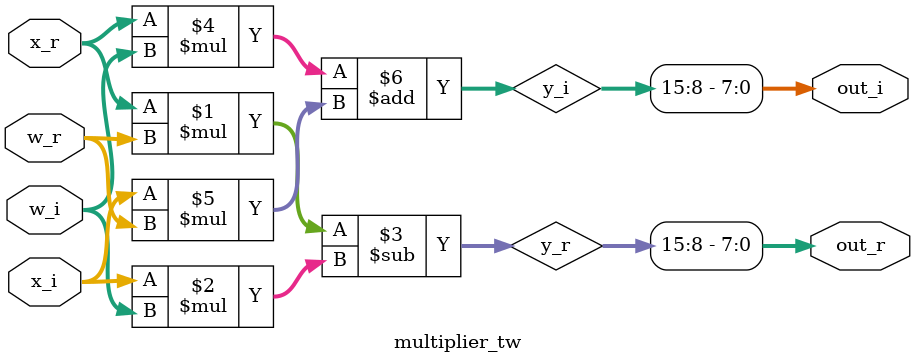
<source format=v>

`timescale 1ns/1fs
module multiplier_tw #(parameter IN_W = 8, OUT_W = 8, TW_W = 10)(
    input       signed  [IN_W-1:0]   x_r,
    input       signed  [IN_W-1:0]   x_i,
    input       signed  [TW_W-1:0]   w_r,
    input       signed  [TW_W-1:0]   w_i,

    output      signed  [OUT_W-1:0]    out_r,
    output      signed  [OUT_W-1:0]    out_i
	);


    wire    signed  [IN_W+TW_W:0]  y_i; 
    wire    signed  [IN_W+TW_W:0]  y_r; 

    assign  y_r =   (x_r*w_r) - (x_i*w_i);
    assign  y_i =   (x_r*w_i) + (x_i*w_r);

    // assign  out_r =  ({y_r[19], y_r[16:9]}); 
    // assign  out_i =  ({y_i[19], y_i[16:9]});

    assign out_r = ({y_r[IN_W+TW_W], y_r[IN_W+TW_W-3:IN_W+TW_W-OUT_W-2]});
    assign out_i = ({y_i[IN_W+TW_W], y_i[IN_W+TW_W-3:IN_W+TW_W-OUT_W-2]});

endmodule

</source>
